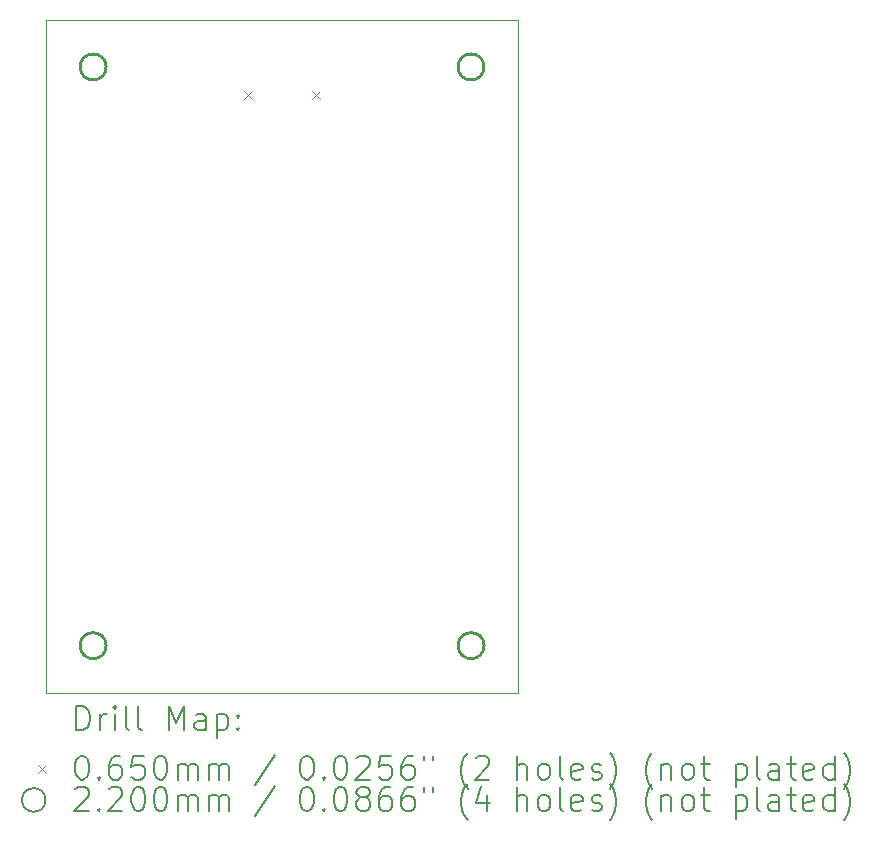
<source format=gbr>
%TF.GenerationSoftware,KiCad,Pcbnew,8.0.8*%
%TF.CreationDate,2025-01-22T20:31:06-06:00*%
%TF.ProjectId,mainboard,6d61696e-626f-4617-9264-2e6b69636164,rev?*%
%TF.SameCoordinates,Original*%
%TF.FileFunction,Drillmap*%
%TF.FilePolarity,Positive*%
%FSLAX45Y45*%
G04 Gerber Fmt 4.5, Leading zero omitted, Abs format (unit mm)*
G04 Created by KiCad (PCBNEW 8.0.8) date 2025-01-22 20:31:06*
%MOMM*%
%LPD*%
G01*
G04 APERTURE LIST*
%ADD10C,0.050000*%
%ADD11C,0.200000*%
%ADD12C,0.100000*%
%ADD13C,0.220000*%
G04 APERTURE END LIST*
D10*
X10425000Y-6425000D02*
X14425000Y-6425000D01*
X14425000Y-12125000D01*
X10425000Y-12125000D01*
X10425000Y-6425000D01*
D11*
D12*
X12103500Y-7028000D02*
X12168500Y-7093000D01*
X12168500Y-7028000D02*
X12103500Y-7093000D01*
X12681500Y-7028000D02*
X12746500Y-7093000D01*
X12746500Y-7028000D02*
X12681500Y-7093000D01*
D13*
X10935000Y-6825000D02*
G75*
G02*
X10715000Y-6825000I-110000J0D01*
G01*
X10715000Y-6825000D02*
G75*
G02*
X10935000Y-6825000I110000J0D01*
G01*
X10935000Y-11725000D02*
G75*
G02*
X10715000Y-11725000I-110000J0D01*
G01*
X10715000Y-11725000D02*
G75*
G02*
X10935000Y-11725000I110000J0D01*
G01*
X14135000Y-6825000D02*
G75*
G02*
X13915000Y-6825000I-110000J0D01*
G01*
X13915000Y-6825000D02*
G75*
G02*
X14135000Y-6825000I110000J0D01*
G01*
X14135000Y-11725000D02*
G75*
G02*
X13915000Y-11725000I-110000J0D01*
G01*
X13915000Y-11725000D02*
G75*
G02*
X14135000Y-11725000I110000J0D01*
G01*
D11*
X10683277Y-12438984D02*
X10683277Y-12238984D01*
X10683277Y-12238984D02*
X10730896Y-12238984D01*
X10730896Y-12238984D02*
X10759467Y-12248508D01*
X10759467Y-12248508D02*
X10778515Y-12267555D01*
X10778515Y-12267555D02*
X10788039Y-12286603D01*
X10788039Y-12286603D02*
X10797563Y-12324698D01*
X10797563Y-12324698D02*
X10797563Y-12353269D01*
X10797563Y-12353269D02*
X10788039Y-12391365D01*
X10788039Y-12391365D02*
X10778515Y-12410412D01*
X10778515Y-12410412D02*
X10759467Y-12429460D01*
X10759467Y-12429460D02*
X10730896Y-12438984D01*
X10730896Y-12438984D02*
X10683277Y-12438984D01*
X10883277Y-12438984D02*
X10883277Y-12305650D01*
X10883277Y-12343746D02*
X10892801Y-12324698D01*
X10892801Y-12324698D02*
X10902324Y-12315174D01*
X10902324Y-12315174D02*
X10921372Y-12305650D01*
X10921372Y-12305650D02*
X10940420Y-12305650D01*
X11007086Y-12438984D02*
X11007086Y-12305650D01*
X11007086Y-12238984D02*
X10997563Y-12248508D01*
X10997563Y-12248508D02*
X11007086Y-12258031D01*
X11007086Y-12258031D02*
X11016610Y-12248508D01*
X11016610Y-12248508D02*
X11007086Y-12238984D01*
X11007086Y-12238984D02*
X11007086Y-12258031D01*
X11130896Y-12438984D02*
X11111848Y-12429460D01*
X11111848Y-12429460D02*
X11102324Y-12410412D01*
X11102324Y-12410412D02*
X11102324Y-12238984D01*
X11235658Y-12438984D02*
X11216610Y-12429460D01*
X11216610Y-12429460D02*
X11207086Y-12410412D01*
X11207086Y-12410412D02*
X11207086Y-12238984D01*
X11464229Y-12438984D02*
X11464229Y-12238984D01*
X11464229Y-12238984D02*
X11530896Y-12381841D01*
X11530896Y-12381841D02*
X11597562Y-12238984D01*
X11597562Y-12238984D02*
X11597562Y-12438984D01*
X11778515Y-12438984D02*
X11778515Y-12334222D01*
X11778515Y-12334222D02*
X11768991Y-12315174D01*
X11768991Y-12315174D02*
X11749943Y-12305650D01*
X11749943Y-12305650D02*
X11711848Y-12305650D01*
X11711848Y-12305650D02*
X11692801Y-12315174D01*
X11778515Y-12429460D02*
X11759467Y-12438984D01*
X11759467Y-12438984D02*
X11711848Y-12438984D01*
X11711848Y-12438984D02*
X11692801Y-12429460D01*
X11692801Y-12429460D02*
X11683277Y-12410412D01*
X11683277Y-12410412D02*
X11683277Y-12391365D01*
X11683277Y-12391365D02*
X11692801Y-12372317D01*
X11692801Y-12372317D02*
X11711848Y-12362793D01*
X11711848Y-12362793D02*
X11759467Y-12362793D01*
X11759467Y-12362793D02*
X11778515Y-12353269D01*
X11873753Y-12305650D02*
X11873753Y-12505650D01*
X11873753Y-12315174D02*
X11892801Y-12305650D01*
X11892801Y-12305650D02*
X11930896Y-12305650D01*
X11930896Y-12305650D02*
X11949943Y-12315174D01*
X11949943Y-12315174D02*
X11959467Y-12324698D01*
X11959467Y-12324698D02*
X11968991Y-12343746D01*
X11968991Y-12343746D02*
X11968991Y-12400888D01*
X11968991Y-12400888D02*
X11959467Y-12419936D01*
X11959467Y-12419936D02*
X11949943Y-12429460D01*
X11949943Y-12429460D02*
X11930896Y-12438984D01*
X11930896Y-12438984D02*
X11892801Y-12438984D01*
X11892801Y-12438984D02*
X11873753Y-12429460D01*
X12054705Y-12419936D02*
X12064229Y-12429460D01*
X12064229Y-12429460D02*
X12054705Y-12438984D01*
X12054705Y-12438984D02*
X12045182Y-12429460D01*
X12045182Y-12429460D02*
X12054705Y-12419936D01*
X12054705Y-12419936D02*
X12054705Y-12438984D01*
X12054705Y-12315174D02*
X12064229Y-12324698D01*
X12064229Y-12324698D02*
X12054705Y-12334222D01*
X12054705Y-12334222D02*
X12045182Y-12324698D01*
X12045182Y-12324698D02*
X12054705Y-12315174D01*
X12054705Y-12315174D02*
X12054705Y-12334222D01*
D12*
X10357500Y-12735000D02*
X10422500Y-12800000D01*
X10422500Y-12735000D02*
X10357500Y-12800000D01*
D11*
X10721372Y-12658984D02*
X10740420Y-12658984D01*
X10740420Y-12658984D02*
X10759467Y-12668508D01*
X10759467Y-12668508D02*
X10768991Y-12678031D01*
X10768991Y-12678031D02*
X10778515Y-12697079D01*
X10778515Y-12697079D02*
X10788039Y-12735174D01*
X10788039Y-12735174D02*
X10788039Y-12782793D01*
X10788039Y-12782793D02*
X10778515Y-12820888D01*
X10778515Y-12820888D02*
X10768991Y-12839936D01*
X10768991Y-12839936D02*
X10759467Y-12849460D01*
X10759467Y-12849460D02*
X10740420Y-12858984D01*
X10740420Y-12858984D02*
X10721372Y-12858984D01*
X10721372Y-12858984D02*
X10702324Y-12849460D01*
X10702324Y-12849460D02*
X10692801Y-12839936D01*
X10692801Y-12839936D02*
X10683277Y-12820888D01*
X10683277Y-12820888D02*
X10673753Y-12782793D01*
X10673753Y-12782793D02*
X10673753Y-12735174D01*
X10673753Y-12735174D02*
X10683277Y-12697079D01*
X10683277Y-12697079D02*
X10692801Y-12678031D01*
X10692801Y-12678031D02*
X10702324Y-12668508D01*
X10702324Y-12668508D02*
X10721372Y-12658984D01*
X10873753Y-12839936D02*
X10883277Y-12849460D01*
X10883277Y-12849460D02*
X10873753Y-12858984D01*
X10873753Y-12858984D02*
X10864229Y-12849460D01*
X10864229Y-12849460D02*
X10873753Y-12839936D01*
X10873753Y-12839936D02*
X10873753Y-12858984D01*
X11054705Y-12658984D02*
X11016610Y-12658984D01*
X11016610Y-12658984D02*
X10997563Y-12668508D01*
X10997563Y-12668508D02*
X10988039Y-12678031D01*
X10988039Y-12678031D02*
X10968991Y-12706603D01*
X10968991Y-12706603D02*
X10959467Y-12744698D01*
X10959467Y-12744698D02*
X10959467Y-12820888D01*
X10959467Y-12820888D02*
X10968991Y-12839936D01*
X10968991Y-12839936D02*
X10978515Y-12849460D01*
X10978515Y-12849460D02*
X10997563Y-12858984D01*
X10997563Y-12858984D02*
X11035658Y-12858984D01*
X11035658Y-12858984D02*
X11054705Y-12849460D01*
X11054705Y-12849460D02*
X11064229Y-12839936D01*
X11064229Y-12839936D02*
X11073753Y-12820888D01*
X11073753Y-12820888D02*
X11073753Y-12773269D01*
X11073753Y-12773269D02*
X11064229Y-12754222D01*
X11064229Y-12754222D02*
X11054705Y-12744698D01*
X11054705Y-12744698D02*
X11035658Y-12735174D01*
X11035658Y-12735174D02*
X10997563Y-12735174D01*
X10997563Y-12735174D02*
X10978515Y-12744698D01*
X10978515Y-12744698D02*
X10968991Y-12754222D01*
X10968991Y-12754222D02*
X10959467Y-12773269D01*
X11254705Y-12658984D02*
X11159467Y-12658984D01*
X11159467Y-12658984D02*
X11149944Y-12754222D01*
X11149944Y-12754222D02*
X11159467Y-12744698D01*
X11159467Y-12744698D02*
X11178515Y-12735174D01*
X11178515Y-12735174D02*
X11226134Y-12735174D01*
X11226134Y-12735174D02*
X11245182Y-12744698D01*
X11245182Y-12744698D02*
X11254705Y-12754222D01*
X11254705Y-12754222D02*
X11264229Y-12773269D01*
X11264229Y-12773269D02*
X11264229Y-12820888D01*
X11264229Y-12820888D02*
X11254705Y-12839936D01*
X11254705Y-12839936D02*
X11245182Y-12849460D01*
X11245182Y-12849460D02*
X11226134Y-12858984D01*
X11226134Y-12858984D02*
X11178515Y-12858984D01*
X11178515Y-12858984D02*
X11159467Y-12849460D01*
X11159467Y-12849460D02*
X11149944Y-12839936D01*
X11388039Y-12658984D02*
X11407086Y-12658984D01*
X11407086Y-12658984D02*
X11426134Y-12668508D01*
X11426134Y-12668508D02*
X11435658Y-12678031D01*
X11435658Y-12678031D02*
X11445182Y-12697079D01*
X11445182Y-12697079D02*
X11454705Y-12735174D01*
X11454705Y-12735174D02*
X11454705Y-12782793D01*
X11454705Y-12782793D02*
X11445182Y-12820888D01*
X11445182Y-12820888D02*
X11435658Y-12839936D01*
X11435658Y-12839936D02*
X11426134Y-12849460D01*
X11426134Y-12849460D02*
X11407086Y-12858984D01*
X11407086Y-12858984D02*
X11388039Y-12858984D01*
X11388039Y-12858984D02*
X11368991Y-12849460D01*
X11368991Y-12849460D02*
X11359467Y-12839936D01*
X11359467Y-12839936D02*
X11349943Y-12820888D01*
X11349943Y-12820888D02*
X11340420Y-12782793D01*
X11340420Y-12782793D02*
X11340420Y-12735174D01*
X11340420Y-12735174D02*
X11349943Y-12697079D01*
X11349943Y-12697079D02*
X11359467Y-12678031D01*
X11359467Y-12678031D02*
X11368991Y-12668508D01*
X11368991Y-12668508D02*
X11388039Y-12658984D01*
X11540420Y-12858984D02*
X11540420Y-12725650D01*
X11540420Y-12744698D02*
X11549943Y-12735174D01*
X11549943Y-12735174D02*
X11568991Y-12725650D01*
X11568991Y-12725650D02*
X11597563Y-12725650D01*
X11597563Y-12725650D02*
X11616610Y-12735174D01*
X11616610Y-12735174D02*
X11626134Y-12754222D01*
X11626134Y-12754222D02*
X11626134Y-12858984D01*
X11626134Y-12754222D02*
X11635658Y-12735174D01*
X11635658Y-12735174D02*
X11654705Y-12725650D01*
X11654705Y-12725650D02*
X11683277Y-12725650D01*
X11683277Y-12725650D02*
X11702324Y-12735174D01*
X11702324Y-12735174D02*
X11711848Y-12754222D01*
X11711848Y-12754222D02*
X11711848Y-12858984D01*
X11807086Y-12858984D02*
X11807086Y-12725650D01*
X11807086Y-12744698D02*
X11816610Y-12735174D01*
X11816610Y-12735174D02*
X11835658Y-12725650D01*
X11835658Y-12725650D02*
X11864229Y-12725650D01*
X11864229Y-12725650D02*
X11883277Y-12735174D01*
X11883277Y-12735174D02*
X11892801Y-12754222D01*
X11892801Y-12754222D02*
X11892801Y-12858984D01*
X11892801Y-12754222D02*
X11902324Y-12735174D01*
X11902324Y-12735174D02*
X11921372Y-12725650D01*
X11921372Y-12725650D02*
X11949943Y-12725650D01*
X11949943Y-12725650D02*
X11968991Y-12735174D01*
X11968991Y-12735174D02*
X11978515Y-12754222D01*
X11978515Y-12754222D02*
X11978515Y-12858984D01*
X12368991Y-12649460D02*
X12197563Y-12906603D01*
X12626134Y-12658984D02*
X12645182Y-12658984D01*
X12645182Y-12658984D02*
X12664229Y-12668508D01*
X12664229Y-12668508D02*
X12673753Y-12678031D01*
X12673753Y-12678031D02*
X12683277Y-12697079D01*
X12683277Y-12697079D02*
X12692801Y-12735174D01*
X12692801Y-12735174D02*
X12692801Y-12782793D01*
X12692801Y-12782793D02*
X12683277Y-12820888D01*
X12683277Y-12820888D02*
X12673753Y-12839936D01*
X12673753Y-12839936D02*
X12664229Y-12849460D01*
X12664229Y-12849460D02*
X12645182Y-12858984D01*
X12645182Y-12858984D02*
X12626134Y-12858984D01*
X12626134Y-12858984D02*
X12607086Y-12849460D01*
X12607086Y-12849460D02*
X12597563Y-12839936D01*
X12597563Y-12839936D02*
X12588039Y-12820888D01*
X12588039Y-12820888D02*
X12578515Y-12782793D01*
X12578515Y-12782793D02*
X12578515Y-12735174D01*
X12578515Y-12735174D02*
X12588039Y-12697079D01*
X12588039Y-12697079D02*
X12597563Y-12678031D01*
X12597563Y-12678031D02*
X12607086Y-12668508D01*
X12607086Y-12668508D02*
X12626134Y-12658984D01*
X12778515Y-12839936D02*
X12788039Y-12849460D01*
X12788039Y-12849460D02*
X12778515Y-12858984D01*
X12778515Y-12858984D02*
X12768991Y-12849460D01*
X12768991Y-12849460D02*
X12778515Y-12839936D01*
X12778515Y-12839936D02*
X12778515Y-12858984D01*
X12911848Y-12658984D02*
X12930896Y-12658984D01*
X12930896Y-12658984D02*
X12949944Y-12668508D01*
X12949944Y-12668508D02*
X12959467Y-12678031D01*
X12959467Y-12678031D02*
X12968991Y-12697079D01*
X12968991Y-12697079D02*
X12978515Y-12735174D01*
X12978515Y-12735174D02*
X12978515Y-12782793D01*
X12978515Y-12782793D02*
X12968991Y-12820888D01*
X12968991Y-12820888D02*
X12959467Y-12839936D01*
X12959467Y-12839936D02*
X12949944Y-12849460D01*
X12949944Y-12849460D02*
X12930896Y-12858984D01*
X12930896Y-12858984D02*
X12911848Y-12858984D01*
X12911848Y-12858984D02*
X12892801Y-12849460D01*
X12892801Y-12849460D02*
X12883277Y-12839936D01*
X12883277Y-12839936D02*
X12873753Y-12820888D01*
X12873753Y-12820888D02*
X12864229Y-12782793D01*
X12864229Y-12782793D02*
X12864229Y-12735174D01*
X12864229Y-12735174D02*
X12873753Y-12697079D01*
X12873753Y-12697079D02*
X12883277Y-12678031D01*
X12883277Y-12678031D02*
X12892801Y-12668508D01*
X12892801Y-12668508D02*
X12911848Y-12658984D01*
X13054706Y-12678031D02*
X13064229Y-12668508D01*
X13064229Y-12668508D02*
X13083277Y-12658984D01*
X13083277Y-12658984D02*
X13130896Y-12658984D01*
X13130896Y-12658984D02*
X13149944Y-12668508D01*
X13149944Y-12668508D02*
X13159467Y-12678031D01*
X13159467Y-12678031D02*
X13168991Y-12697079D01*
X13168991Y-12697079D02*
X13168991Y-12716127D01*
X13168991Y-12716127D02*
X13159467Y-12744698D01*
X13159467Y-12744698D02*
X13045182Y-12858984D01*
X13045182Y-12858984D02*
X13168991Y-12858984D01*
X13349944Y-12658984D02*
X13254706Y-12658984D01*
X13254706Y-12658984D02*
X13245182Y-12754222D01*
X13245182Y-12754222D02*
X13254706Y-12744698D01*
X13254706Y-12744698D02*
X13273753Y-12735174D01*
X13273753Y-12735174D02*
X13321372Y-12735174D01*
X13321372Y-12735174D02*
X13340420Y-12744698D01*
X13340420Y-12744698D02*
X13349944Y-12754222D01*
X13349944Y-12754222D02*
X13359467Y-12773269D01*
X13359467Y-12773269D02*
X13359467Y-12820888D01*
X13359467Y-12820888D02*
X13349944Y-12839936D01*
X13349944Y-12839936D02*
X13340420Y-12849460D01*
X13340420Y-12849460D02*
X13321372Y-12858984D01*
X13321372Y-12858984D02*
X13273753Y-12858984D01*
X13273753Y-12858984D02*
X13254706Y-12849460D01*
X13254706Y-12849460D02*
X13245182Y-12839936D01*
X13530896Y-12658984D02*
X13492801Y-12658984D01*
X13492801Y-12658984D02*
X13473753Y-12668508D01*
X13473753Y-12668508D02*
X13464229Y-12678031D01*
X13464229Y-12678031D02*
X13445182Y-12706603D01*
X13445182Y-12706603D02*
X13435658Y-12744698D01*
X13435658Y-12744698D02*
X13435658Y-12820888D01*
X13435658Y-12820888D02*
X13445182Y-12839936D01*
X13445182Y-12839936D02*
X13454706Y-12849460D01*
X13454706Y-12849460D02*
X13473753Y-12858984D01*
X13473753Y-12858984D02*
X13511848Y-12858984D01*
X13511848Y-12858984D02*
X13530896Y-12849460D01*
X13530896Y-12849460D02*
X13540420Y-12839936D01*
X13540420Y-12839936D02*
X13549944Y-12820888D01*
X13549944Y-12820888D02*
X13549944Y-12773269D01*
X13549944Y-12773269D02*
X13540420Y-12754222D01*
X13540420Y-12754222D02*
X13530896Y-12744698D01*
X13530896Y-12744698D02*
X13511848Y-12735174D01*
X13511848Y-12735174D02*
X13473753Y-12735174D01*
X13473753Y-12735174D02*
X13454706Y-12744698D01*
X13454706Y-12744698D02*
X13445182Y-12754222D01*
X13445182Y-12754222D02*
X13435658Y-12773269D01*
X13626134Y-12658984D02*
X13626134Y-12697079D01*
X13702325Y-12658984D02*
X13702325Y-12697079D01*
X13997563Y-12935174D02*
X13988039Y-12925650D01*
X13988039Y-12925650D02*
X13968991Y-12897079D01*
X13968991Y-12897079D02*
X13959468Y-12878031D01*
X13959468Y-12878031D02*
X13949944Y-12849460D01*
X13949944Y-12849460D02*
X13940420Y-12801841D01*
X13940420Y-12801841D02*
X13940420Y-12763746D01*
X13940420Y-12763746D02*
X13949944Y-12716127D01*
X13949944Y-12716127D02*
X13959468Y-12687555D01*
X13959468Y-12687555D02*
X13968991Y-12668508D01*
X13968991Y-12668508D02*
X13988039Y-12639936D01*
X13988039Y-12639936D02*
X13997563Y-12630412D01*
X14064229Y-12678031D02*
X14073753Y-12668508D01*
X14073753Y-12668508D02*
X14092801Y-12658984D01*
X14092801Y-12658984D02*
X14140420Y-12658984D01*
X14140420Y-12658984D02*
X14159468Y-12668508D01*
X14159468Y-12668508D02*
X14168991Y-12678031D01*
X14168991Y-12678031D02*
X14178515Y-12697079D01*
X14178515Y-12697079D02*
X14178515Y-12716127D01*
X14178515Y-12716127D02*
X14168991Y-12744698D01*
X14168991Y-12744698D02*
X14054706Y-12858984D01*
X14054706Y-12858984D02*
X14178515Y-12858984D01*
X14416610Y-12858984D02*
X14416610Y-12658984D01*
X14502325Y-12858984D02*
X14502325Y-12754222D01*
X14502325Y-12754222D02*
X14492801Y-12735174D01*
X14492801Y-12735174D02*
X14473753Y-12725650D01*
X14473753Y-12725650D02*
X14445182Y-12725650D01*
X14445182Y-12725650D02*
X14426134Y-12735174D01*
X14426134Y-12735174D02*
X14416610Y-12744698D01*
X14626134Y-12858984D02*
X14607087Y-12849460D01*
X14607087Y-12849460D02*
X14597563Y-12839936D01*
X14597563Y-12839936D02*
X14588039Y-12820888D01*
X14588039Y-12820888D02*
X14588039Y-12763746D01*
X14588039Y-12763746D02*
X14597563Y-12744698D01*
X14597563Y-12744698D02*
X14607087Y-12735174D01*
X14607087Y-12735174D02*
X14626134Y-12725650D01*
X14626134Y-12725650D02*
X14654706Y-12725650D01*
X14654706Y-12725650D02*
X14673753Y-12735174D01*
X14673753Y-12735174D02*
X14683277Y-12744698D01*
X14683277Y-12744698D02*
X14692801Y-12763746D01*
X14692801Y-12763746D02*
X14692801Y-12820888D01*
X14692801Y-12820888D02*
X14683277Y-12839936D01*
X14683277Y-12839936D02*
X14673753Y-12849460D01*
X14673753Y-12849460D02*
X14654706Y-12858984D01*
X14654706Y-12858984D02*
X14626134Y-12858984D01*
X14807087Y-12858984D02*
X14788039Y-12849460D01*
X14788039Y-12849460D02*
X14778515Y-12830412D01*
X14778515Y-12830412D02*
X14778515Y-12658984D01*
X14959468Y-12849460D02*
X14940420Y-12858984D01*
X14940420Y-12858984D02*
X14902325Y-12858984D01*
X14902325Y-12858984D02*
X14883277Y-12849460D01*
X14883277Y-12849460D02*
X14873753Y-12830412D01*
X14873753Y-12830412D02*
X14873753Y-12754222D01*
X14873753Y-12754222D02*
X14883277Y-12735174D01*
X14883277Y-12735174D02*
X14902325Y-12725650D01*
X14902325Y-12725650D02*
X14940420Y-12725650D01*
X14940420Y-12725650D02*
X14959468Y-12735174D01*
X14959468Y-12735174D02*
X14968991Y-12754222D01*
X14968991Y-12754222D02*
X14968991Y-12773269D01*
X14968991Y-12773269D02*
X14873753Y-12792317D01*
X15045182Y-12849460D02*
X15064230Y-12858984D01*
X15064230Y-12858984D02*
X15102325Y-12858984D01*
X15102325Y-12858984D02*
X15121372Y-12849460D01*
X15121372Y-12849460D02*
X15130896Y-12830412D01*
X15130896Y-12830412D02*
X15130896Y-12820888D01*
X15130896Y-12820888D02*
X15121372Y-12801841D01*
X15121372Y-12801841D02*
X15102325Y-12792317D01*
X15102325Y-12792317D02*
X15073753Y-12792317D01*
X15073753Y-12792317D02*
X15054706Y-12782793D01*
X15054706Y-12782793D02*
X15045182Y-12763746D01*
X15045182Y-12763746D02*
X15045182Y-12754222D01*
X15045182Y-12754222D02*
X15054706Y-12735174D01*
X15054706Y-12735174D02*
X15073753Y-12725650D01*
X15073753Y-12725650D02*
X15102325Y-12725650D01*
X15102325Y-12725650D02*
X15121372Y-12735174D01*
X15197563Y-12935174D02*
X15207087Y-12925650D01*
X15207087Y-12925650D02*
X15226134Y-12897079D01*
X15226134Y-12897079D02*
X15235658Y-12878031D01*
X15235658Y-12878031D02*
X15245182Y-12849460D01*
X15245182Y-12849460D02*
X15254706Y-12801841D01*
X15254706Y-12801841D02*
X15254706Y-12763746D01*
X15254706Y-12763746D02*
X15245182Y-12716127D01*
X15245182Y-12716127D02*
X15235658Y-12687555D01*
X15235658Y-12687555D02*
X15226134Y-12668508D01*
X15226134Y-12668508D02*
X15207087Y-12639936D01*
X15207087Y-12639936D02*
X15197563Y-12630412D01*
X15559468Y-12935174D02*
X15549944Y-12925650D01*
X15549944Y-12925650D02*
X15530896Y-12897079D01*
X15530896Y-12897079D02*
X15521372Y-12878031D01*
X15521372Y-12878031D02*
X15511849Y-12849460D01*
X15511849Y-12849460D02*
X15502325Y-12801841D01*
X15502325Y-12801841D02*
X15502325Y-12763746D01*
X15502325Y-12763746D02*
X15511849Y-12716127D01*
X15511849Y-12716127D02*
X15521372Y-12687555D01*
X15521372Y-12687555D02*
X15530896Y-12668508D01*
X15530896Y-12668508D02*
X15549944Y-12639936D01*
X15549944Y-12639936D02*
X15559468Y-12630412D01*
X15635658Y-12725650D02*
X15635658Y-12858984D01*
X15635658Y-12744698D02*
X15645182Y-12735174D01*
X15645182Y-12735174D02*
X15664230Y-12725650D01*
X15664230Y-12725650D02*
X15692801Y-12725650D01*
X15692801Y-12725650D02*
X15711849Y-12735174D01*
X15711849Y-12735174D02*
X15721372Y-12754222D01*
X15721372Y-12754222D02*
X15721372Y-12858984D01*
X15845182Y-12858984D02*
X15826134Y-12849460D01*
X15826134Y-12849460D02*
X15816611Y-12839936D01*
X15816611Y-12839936D02*
X15807087Y-12820888D01*
X15807087Y-12820888D02*
X15807087Y-12763746D01*
X15807087Y-12763746D02*
X15816611Y-12744698D01*
X15816611Y-12744698D02*
X15826134Y-12735174D01*
X15826134Y-12735174D02*
X15845182Y-12725650D01*
X15845182Y-12725650D02*
X15873753Y-12725650D01*
X15873753Y-12725650D02*
X15892801Y-12735174D01*
X15892801Y-12735174D02*
X15902325Y-12744698D01*
X15902325Y-12744698D02*
X15911849Y-12763746D01*
X15911849Y-12763746D02*
X15911849Y-12820888D01*
X15911849Y-12820888D02*
X15902325Y-12839936D01*
X15902325Y-12839936D02*
X15892801Y-12849460D01*
X15892801Y-12849460D02*
X15873753Y-12858984D01*
X15873753Y-12858984D02*
X15845182Y-12858984D01*
X15968992Y-12725650D02*
X16045182Y-12725650D01*
X15997563Y-12658984D02*
X15997563Y-12830412D01*
X15997563Y-12830412D02*
X16007087Y-12849460D01*
X16007087Y-12849460D02*
X16026134Y-12858984D01*
X16026134Y-12858984D02*
X16045182Y-12858984D01*
X16264230Y-12725650D02*
X16264230Y-12925650D01*
X16264230Y-12735174D02*
X16283277Y-12725650D01*
X16283277Y-12725650D02*
X16321373Y-12725650D01*
X16321373Y-12725650D02*
X16340420Y-12735174D01*
X16340420Y-12735174D02*
X16349944Y-12744698D01*
X16349944Y-12744698D02*
X16359468Y-12763746D01*
X16359468Y-12763746D02*
X16359468Y-12820888D01*
X16359468Y-12820888D02*
X16349944Y-12839936D01*
X16349944Y-12839936D02*
X16340420Y-12849460D01*
X16340420Y-12849460D02*
X16321373Y-12858984D01*
X16321373Y-12858984D02*
X16283277Y-12858984D01*
X16283277Y-12858984D02*
X16264230Y-12849460D01*
X16473753Y-12858984D02*
X16454706Y-12849460D01*
X16454706Y-12849460D02*
X16445182Y-12830412D01*
X16445182Y-12830412D02*
X16445182Y-12658984D01*
X16635658Y-12858984D02*
X16635658Y-12754222D01*
X16635658Y-12754222D02*
X16626134Y-12735174D01*
X16626134Y-12735174D02*
X16607087Y-12725650D01*
X16607087Y-12725650D02*
X16568992Y-12725650D01*
X16568992Y-12725650D02*
X16549944Y-12735174D01*
X16635658Y-12849460D02*
X16616611Y-12858984D01*
X16616611Y-12858984D02*
X16568992Y-12858984D01*
X16568992Y-12858984D02*
X16549944Y-12849460D01*
X16549944Y-12849460D02*
X16540420Y-12830412D01*
X16540420Y-12830412D02*
X16540420Y-12811365D01*
X16540420Y-12811365D02*
X16549944Y-12792317D01*
X16549944Y-12792317D02*
X16568992Y-12782793D01*
X16568992Y-12782793D02*
X16616611Y-12782793D01*
X16616611Y-12782793D02*
X16635658Y-12773269D01*
X16702325Y-12725650D02*
X16778515Y-12725650D01*
X16730896Y-12658984D02*
X16730896Y-12830412D01*
X16730896Y-12830412D02*
X16740420Y-12849460D01*
X16740420Y-12849460D02*
X16759468Y-12858984D01*
X16759468Y-12858984D02*
X16778515Y-12858984D01*
X16921373Y-12849460D02*
X16902325Y-12858984D01*
X16902325Y-12858984D02*
X16864230Y-12858984D01*
X16864230Y-12858984D02*
X16845182Y-12849460D01*
X16845182Y-12849460D02*
X16835658Y-12830412D01*
X16835658Y-12830412D02*
X16835658Y-12754222D01*
X16835658Y-12754222D02*
X16845182Y-12735174D01*
X16845182Y-12735174D02*
X16864230Y-12725650D01*
X16864230Y-12725650D02*
X16902325Y-12725650D01*
X16902325Y-12725650D02*
X16921373Y-12735174D01*
X16921373Y-12735174D02*
X16930896Y-12754222D01*
X16930896Y-12754222D02*
X16930896Y-12773269D01*
X16930896Y-12773269D02*
X16835658Y-12792317D01*
X17102325Y-12858984D02*
X17102325Y-12658984D01*
X17102325Y-12849460D02*
X17083277Y-12858984D01*
X17083277Y-12858984D02*
X17045182Y-12858984D01*
X17045182Y-12858984D02*
X17026135Y-12849460D01*
X17026135Y-12849460D02*
X17016611Y-12839936D01*
X17016611Y-12839936D02*
X17007087Y-12820888D01*
X17007087Y-12820888D02*
X17007087Y-12763746D01*
X17007087Y-12763746D02*
X17016611Y-12744698D01*
X17016611Y-12744698D02*
X17026135Y-12735174D01*
X17026135Y-12735174D02*
X17045182Y-12725650D01*
X17045182Y-12725650D02*
X17083277Y-12725650D01*
X17083277Y-12725650D02*
X17102325Y-12735174D01*
X17178516Y-12935174D02*
X17188039Y-12925650D01*
X17188039Y-12925650D02*
X17207087Y-12897079D01*
X17207087Y-12897079D02*
X17216611Y-12878031D01*
X17216611Y-12878031D02*
X17226135Y-12849460D01*
X17226135Y-12849460D02*
X17235658Y-12801841D01*
X17235658Y-12801841D02*
X17235658Y-12763746D01*
X17235658Y-12763746D02*
X17226135Y-12716127D01*
X17226135Y-12716127D02*
X17216611Y-12687555D01*
X17216611Y-12687555D02*
X17207087Y-12668508D01*
X17207087Y-12668508D02*
X17188039Y-12639936D01*
X17188039Y-12639936D02*
X17178516Y-12630412D01*
X10422500Y-13031500D02*
G75*
G02*
X10222500Y-13031500I-100000J0D01*
G01*
X10222500Y-13031500D02*
G75*
G02*
X10422500Y-13031500I100000J0D01*
G01*
X10673753Y-12942031D02*
X10683277Y-12932508D01*
X10683277Y-12932508D02*
X10702324Y-12922984D01*
X10702324Y-12922984D02*
X10749944Y-12922984D01*
X10749944Y-12922984D02*
X10768991Y-12932508D01*
X10768991Y-12932508D02*
X10778515Y-12942031D01*
X10778515Y-12942031D02*
X10788039Y-12961079D01*
X10788039Y-12961079D02*
X10788039Y-12980127D01*
X10788039Y-12980127D02*
X10778515Y-13008698D01*
X10778515Y-13008698D02*
X10664229Y-13122984D01*
X10664229Y-13122984D02*
X10788039Y-13122984D01*
X10873753Y-13103936D02*
X10883277Y-13113460D01*
X10883277Y-13113460D02*
X10873753Y-13122984D01*
X10873753Y-13122984D02*
X10864229Y-13113460D01*
X10864229Y-13113460D02*
X10873753Y-13103936D01*
X10873753Y-13103936D02*
X10873753Y-13122984D01*
X10959467Y-12942031D02*
X10968991Y-12932508D01*
X10968991Y-12932508D02*
X10988039Y-12922984D01*
X10988039Y-12922984D02*
X11035658Y-12922984D01*
X11035658Y-12922984D02*
X11054705Y-12932508D01*
X11054705Y-12932508D02*
X11064229Y-12942031D01*
X11064229Y-12942031D02*
X11073753Y-12961079D01*
X11073753Y-12961079D02*
X11073753Y-12980127D01*
X11073753Y-12980127D02*
X11064229Y-13008698D01*
X11064229Y-13008698D02*
X10949944Y-13122984D01*
X10949944Y-13122984D02*
X11073753Y-13122984D01*
X11197562Y-12922984D02*
X11216610Y-12922984D01*
X11216610Y-12922984D02*
X11235658Y-12932508D01*
X11235658Y-12932508D02*
X11245182Y-12942031D01*
X11245182Y-12942031D02*
X11254705Y-12961079D01*
X11254705Y-12961079D02*
X11264229Y-12999174D01*
X11264229Y-12999174D02*
X11264229Y-13046793D01*
X11264229Y-13046793D02*
X11254705Y-13084888D01*
X11254705Y-13084888D02*
X11245182Y-13103936D01*
X11245182Y-13103936D02*
X11235658Y-13113460D01*
X11235658Y-13113460D02*
X11216610Y-13122984D01*
X11216610Y-13122984D02*
X11197562Y-13122984D01*
X11197562Y-13122984D02*
X11178515Y-13113460D01*
X11178515Y-13113460D02*
X11168991Y-13103936D01*
X11168991Y-13103936D02*
X11159467Y-13084888D01*
X11159467Y-13084888D02*
X11149944Y-13046793D01*
X11149944Y-13046793D02*
X11149944Y-12999174D01*
X11149944Y-12999174D02*
X11159467Y-12961079D01*
X11159467Y-12961079D02*
X11168991Y-12942031D01*
X11168991Y-12942031D02*
X11178515Y-12932508D01*
X11178515Y-12932508D02*
X11197562Y-12922984D01*
X11388039Y-12922984D02*
X11407086Y-12922984D01*
X11407086Y-12922984D02*
X11426134Y-12932508D01*
X11426134Y-12932508D02*
X11435658Y-12942031D01*
X11435658Y-12942031D02*
X11445182Y-12961079D01*
X11445182Y-12961079D02*
X11454705Y-12999174D01*
X11454705Y-12999174D02*
X11454705Y-13046793D01*
X11454705Y-13046793D02*
X11445182Y-13084888D01*
X11445182Y-13084888D02*
X11435658Y-13103936D01*
X11435658Y-13103936D02*
X11426134Y-13113460D01*
X11426134Y-13113460D02*
X11407086Y-13122984D01*
X11407086Y-13122984D02*
X11388039Y-13122984D01*
X11388039Y-13122984D02*
X11368991Y-13113460D01*
X11368991Y-13113460D02*
X11359467Y-13103936D01*
X11359467Y-13103936D02*
X11349943Y-13084888D01*
X11349943Y-13084888D02*
X11340420Y-13046793D01*
X11340420Y-13046793D02*
X11340420Y-12999174D01*
X11340420Y-12999174D02*
X11349943Y-12961079D01*
X11349943Y-12961079D02*
X11359467Y-12942031D01*
X11359467Y-12942031D02*
X11368991Y-12932508D01*
X11368991Y-12932508D02*
X11388039Y-12922984D01*
X11540420Y-13122984D02*
X11540420Y-12989650D01*
X11540420Y-13008698D02*
X11549943Y-12999174D01*
X11549943Y-12999174D02*
X11568991Y-12989650D01*
X11568991Y-12989650D02*
X11597563Y-12989650D01*
X11597563Y-12989650D02*
X11616610Y-12999174D01*
X11616610Y-12999174D02*
X11626134Y-13018222D01*
X11626134Y-13018222D02*
X11626134Y-13122984D01*
X11626134Y-13018222D02*
X11635658Y-12999174D01*
X11635658Y-12999174D02*
X11654705Y-12989650D01*
X11654705Y-12989650D02*
X11683277Y-12989650D01*
X11683277Y-12989650D02*
X11702324Y-12999174D01*
X11702324Y-12999174D02*
X11711848Y-13018222D01*
X11711848Y-13018222D02*
X11711848Y-13122984D01*
X11807086Y-13122984D02*
X11807086Y-12989650D01*
X11807086Y-13008698D02*
X11816610Y-12999174D01*
X11816610Y-12999174D02*
X11835658Y-12989650D01*
X11835658Y-12989650D02*
X11864229Y-12989650D01*
X11864229Y-12989650D02*
X11883277Y-12999174D01*
X11883277Y-12999174D02*
X11892801Y-13018222D01*
X11892801Y-13018222D02*
X11892801Y-13122984D01*
X11892801Y-13018222D02*
X11902324Y-12999174D01*
X11902324Y-12999174D02*
X11921372Y-12989650D01*
X11921372Y-12989650D02*
X11949943Y-12989650D01*
X11949943Y-12989650D02*
X11968991Y-12999174D01*
X11968991Y-12999174D02*
X11978515Y-13018222D01*
X11978515Y-13018222D02*
X11978515Y-13122984D01*
X12368991Y-12913460D02*
X12197563Y-13170603D01*
X12626134Y-12922984D02*
X12645182Y-12922984D01*
X12645182Y-12922984D02*
X12664229Y-12932508D01*
X12664229Y-12932508D02*
X12673753Y-12942031D01*
X12673753Y-12942031D02*
X12683277Y-12961079D01*
X12683277Y-12961079D02*
X12692801Y-12999174D01*
X12692801Y-12999174D02*
X12692801Y-13046793D01*
X12692801Y-13046793D02*
X12683277Y-13084888D01*
X12683277Y-13084888D02*
X12673753Y-13103936D01*
X12673753Y-13103936D02*
X12664229Y-13113460D01*
X12664229Y-13113460D02*
X12645182Y-13122984D01*
X12645182Y-13122984D02*
X12626134Y-13122984D01*
X12626134Y-13122984D02*
X12607086Y-13113460D01*
X12607086Y-13113460D02*
X12597563Y-13103936D01*
X12597563Y-13103936D02*
X12588039Y-13084888D01*
X12588039Y-13084888D02*
X12578515Y-13046793D01*
X12578515Y-13046793D02*
X12578515Y-12999174D01*
X12578515Y-12999174D02*
X12588039Y-12961079D01*
X12588039Y-12961079D02*
X12597563Y-12942031D01*
X12597563Y-12942031D02*
X12607086Y-12932508D01*
X12607086Y-12932508D02*
X12626134Y-12922984D01*
X12778515Y-13103936D02*
X12788039Y-13113460D01*
X12788039Y-13113460D02*
X12778515Y-13122984D01*
X12778515Y-13122984D02*
X12768991Y-13113460D01*
X12768991Y-13113460D02*
X12778515Y-13103936D01*
X12778515Y-13103936D02*
X12778515Y-13122984D01*
X12911848Y-12922984D02*
X12930896Y-12922984D01*
X12930896Y-12922984D02*
X12949944Y-12932508D01*
X12949944Y-12932508D02*
X12959467Y-12942031D01*
X12959467Y-12942031D02*
X12968991Y-12961079D01*
X12968991Y-12961079D02*
X12978515Y-12999174D01*
X12978515Y-12999174D02*
X12978515Y-13046793D01*
X12978515Y-13046793D02*
X12968991Y-13084888D01*
X12968991Y-13084888D02*
X12959467Y-13103936D01*
X12959467Y-13103936D02*
X12949944Y-13113460D01*
X12949944Y-13113460D02*
X12930896Y-13122984D01*
X12930896Y-13122984D02*
X12911848Y-13122984D01*
X12911848Y-13122984D02*
X12892801Y-13113460D01*
X12892801Y-13113460D02*
X12883277Y-13103936D01*
X12883277Y-13103936D02*
X12873753Y-13084888D01*
X12873753Y-13084888D02*
X12864229Y-13046793D01*
X12864229Y-13046793D02*
X12864229Y-12999174D01*
X12864229Y-12999174D02*
X12873753Y-12961079D01*
X12873753Y-12961079D02*
X12883277Y-12942031D01*
X12883277Y-12942031D02*
X12892801Y-12932508D01*
X12892801Y-12932508D02*
X12911848Y-12922984D01*
X13092801Y-13008698D02*
X13073753Y-12999174D01*
X13073753Y-12999174D02*
X13064229Y-12989650D01*
X13064229Y-12989650D02*
X13054706Y-12970603D01*
X13054706Y-12970603D02*
X13054706Y-12961079D01*
X13054706Y-12961079D02*
X13064229Y-12942031D01*
X13064229Y-12942031D02*
X13073753Y-12932508D01*
X13073753Y-12932508D02*
X13092801Y-12922984D01*
X13092801Y-12922984D02*
X13130896Y-12922984D01*
X13130896Y-12922984D02*
X13149944Y-12932508D01*
X13149944Y-12932508D02*
X13159467Y-12942031D01*
X13159467Y-12942031D02*
X13168991Y-12961079D01*
X13168991Y-12961079D02*
X13168991Y-12970603D01*
X13168991Y-12970603D02*
X13159467Y-12989650D01*
X13159467Y-12989650D02*
X13149944Y-12999174D01*
X13149944Y-12999174D02*
X13130896Y-13008698D01*
X13130896Y-13008698D02*
X13092801Y-13008698D01*
X13092801Y-13008698D02*
X13073753Y-13018222D01*
X13073753Y-13018222D02*
X13064229Y-13027746D01*
X13064229Y-13027746D02*
X13054706Y-13046793D01*
X13054706Y-13046793D02*
X13054706Y-13084888D01*
X13054706Y-13084888D02*
X13064229Y-13103936D01*
X13064229Y-13103936D02*
X13073753Y-13113460D01*
X13073753Y-13113460D02*
X13092801Y-13122984D01*
X13092801Y-13122984D02*
X13130896Y-13122984D01*
X13130896Y-13122984D02*
X13149944Y-13113460D01*
X13149944Y-13113460D02*
X13159467Y-13103936D01*
X13159467Y-13103936D02*
X13168991Y-13084888D01*
X13168991Y-13084888D02*
X13168991Y-13046793D01*
X13168991Y-13046793D02*
X13159467Y-13027746D01*
X13159467Y-13027746D02*
X13149944Y-13018222D01*
X13149944Y-13018222D02*
X13130896Y-13008698D01*
X13340420Y-12922984D02*
X13302325Y-12922984D01*
X13302325Y-12922984D02*
X13283277Y-12932508D01*
X13283277Y-12932508D02*
X13273753Y-12942031D01*
X13273753Y-12942031D02*
X13254706Y-12970603D01*
X13254706Y-12970603D02*
X13245182Y-13008698D01*
X13245182Y-13008698D02*
X13245182Y-13084888D01*
X13245182Y-13084888D02*
X13254706Y-13103936D01*
X13254706Y-13103936D02*
X13264229Y-13113460D01*
X13264229Y-13113460D02*
X13283277Y-13122984D01*
X13283277Y-13122984D02*
X13321372Y-13122984D01*
X13321372Y-13122984D02*
X13340420Y-13113460D01*
X13340420Y-13113460D02*
X13349944Y-13103936D01*
X13349944Y-13103936D02*
X13359467Y-13084888D01*
X13359467Y-13084888D02*
X13359467Y-13037269D01*
X13359467Y-13037269D02*
X13349944Y-13018222D01*
X13349944Y-13018222D02*
X13340420Y-13008698D01*
X13340420Y-13008698D02*
X13321372Y-12999174D01*
X13321372Y-12999174D02*
X13283277Y-12999174D01*
X13283277Y-12999174D02*
X13264229Y-13008698D01*
X13264229Y-13008698D02*
X13254706Y-13018222D01*
X13254706Y-13018222D02*
X13245182Y-13037269D01*
X13530896Y-12922984D02*
X13492801Y-12922984D01*
X13492801Y-12922984D02*
X13473753Y-12932508D01*
X13473753Y-12932508D02*
X13464229Y-12942031D01*
X13464229Y-12942031D02*
X13445182Y-12970603D01*
X13445182Y-12970603D02*
X13435658Y-13008698D01*
X13435658Y-13008698D02*
X13435658Y-13084888D01*
X13435658Y-13084888D02*
X13445182Y-13103936D01*
X13445182Y-13103936D02*
X13454706Y-13113460D01*
X13454706Y-13113460D02*
X13473753Y-13122984D01*
X13473753Y-13122984D02*
X13511848Y-13122984D01*
X13511848Y-13122984D02*
X13530896Y-13113460D01*
X13530896Y-13113460D02*
X13540420Y-13103936D01*
X13540420Y-13103936D02*
X13549944Y-13084888D01*
X13549944Y-13084888D02*
X13549944Y-13037269D01*
X13549944Y-13037269D02*
X13540420Y-13018222D01*
X13540420Y-13018222D02*
X13530896Y-13008698D01*
X13530896Y-13008698D02*
X13511848Y-12999174D01*
X13511848Y-12999174D02*
X13473753Y-12999174D01*
X13473753Y-12999174D02*
X13454706Y-13008698D01*
X13454706Y-13008698D02*
X13445182Y-13018222D01*
X13445182Y-13018222D02*
X13435658Y-13037269D01*
X13626134Y-12922984D02*
X13626134Y-12961079D01*
X13702325Y-12922984D02*
X13702325Y-12961079D01*
X13997563Y-13199174D02*
X13988039Y-13189650D01*
X13988039Y-13189650D02*
X13968991Y-13161079D01*
X13968991Y-13161079D02*
X13959468Y-13142031D01*
X13959468Y-13142031D02*
X13949944Y-13113460D01*
X13949944Y-13113460D02*
X13940420Y-13065841D01*
X13940420Y-13065841D02*
X13940420Y-13027746D01*
X13940420Y-13027746D02*
X13949944Y-12980127D01*
X13949944Y-12980127D02*
X13959468Y-12951555D01*
X13959468Y-12951555D02*
X13968991Y-12932508D01*
X13968991Y-12932508D02*
X13988039Y-12903936D01*
X13988039Y-12903936D02*
X13997563Y-12894412D01*
X14159468Y-12989650D02*
X14159468Y-13122984D01*
X14111848Y-12913460D02*
X14064229Y-13056317D01*
X14064229Y-13056317D02*
X14188039Y-13056317D01*
X14416610Y-13122984D02*
X14416610Y-12922984D01*
X14502325Y-13122984D02*
X14502325Y-13018222D01*
X14502325Y-13018222D02*
X14492801Y-12999174D01*
X14492801Y-12999174D02*
X14473753Y-12989650D01*
X14473753Y-12989650D02*
X14445182Y-12989650D01*
X14445182Y-12989650D02*
X14426134Y-12999174D01*
X14426134Y-12999174D02*
X14416610Y-13008698D01*
X14626134Y-13122984D02*
X14607087Y-13113460D01*
X14607087Y-13113460D02*
X14597563Y-13103936D01*
X14597563Y-13103936D02*
X14588039Y-13084888D01*
X14588039Y-13084888D02*
X14588039Y-13027746D01*
X14588039Y-13027746D02*
X14597563Y-13008698D01*
X14597563Y-13008698D02*
X14607087Y-12999174D01*
X14607087Y-12999174D02*
X14626134Y-12989650D01*
X14626134Y-12989650D02*
X14654706Y-12989650D01*
X14654706Y-12989650D02*
X14673753Y-12999174D01*
X14673753Y-12999174D02*
X14683277Y-13008698D01*
X14683277Y-13008698D02*
X14692801Y-13027746D01*
X14692801Y-13027746D02*
X14692801Y-13084888D01*
X14692801Y-13084888D02*
X14683277Y-13103936D01*
X14683277Y-13103936D02*
X14673753Y-13113460D01*
X14673753Y-13113460D02*
X14654706Y-13122984D01*
X14654706Y-13122984D02*
X14626134Y-13122984D01*
X14807087Y-13122984D02*
X14788039Y-13113460D01*
X14788039Y-13113460D02*
X14778515Y-13094412D01*
X14778515Y-13094412D02*
X14778515Y-12922984D01*
X14959468Y-13113460D02*
X14940420Y-13122984D01*
X14940420Y-13122984D02*
X14902325Y-13122984D01*
X14902325Y-13122984D02*
X14883277Y-13113460D01*
X14883277Y-13113460D02*
X14873753Y-13094412D01*
X14873753Y-13094412D02*
X14873753Y-13018222D01*
X14873753Y-13018222D02*
X14883277Y-12999174D01*
X14883277Y-12999174D02*
X14902325Y-12989650D01*
X14902325Y-12989650D02*
X14940420Y-12989650D01*
X14940420Y-12989650D02*
X14959468Y-12999174D01*
X14959468Y-12999174D02*
X14968991Y-13018222D01*
X14968991Y-13018222D02*
X14968991Y-13037269D01*
X14968991Y-13037269D02*
X14873753Y-13056317D01*
X15045182Y-13113460D02*
X15064230Y-13122984D01*
X15064230Y-13122984D02*
X15102325Y-13122984D01*
X15102325Y-13122984D02*
X15121372Y-13113460D01*
X15121372Y-13113460D02*
X15130896Y-13094412D01*
X15130896Y-13094412D02*
X15130896Y-13084888D01*
X15130896Y-13084888D02*
X15121372Y-13065841D01*
X15121372Y-13065841D02*
X15102325Y-13056317D01*
X15102325Y-13056317D02*
X15073753Y-13056317D01*
X15073753Y-13056317D02*
X15054706Y-13046793D01*
X15054706Y-13046793D02*
X15045182Y-13027746D01*
X15045182Y-13027746D02*
X15045182Y-13018222D01*
X15045182Y-13018222D02*
X15054706Y-12999174D01*
X15054706Y-12999174D02*
X15073753Y-12989650D01*
X15073753Y-12989650D02*
X15102325Y-12989650D01*
X15102325Y-12989650D02*
X15121372Y-12999174D01*
X15197563Y-13199174D02*
X15207087Y-13189650D01*
X15207087Y-13189650D02*
X15226134Y-13161079D01*
X15226134Y-13161079D02*
X15235658Y-13142031D01*
X15235658Y-13142031D02*
X15245182Y-13113460D01*
X15245182Y-13113460D02*
X15254706Y-13065841D01*
X15254706Y-13065841D02*
X15254706Y-13027746D01*
X15254706Y-13027746D02*
X15245182Y-12980127D01*
X15245182Y-12980127D02*
X15235658Y-12951555D01*
X15235658Y-12951555D02*
X15226134Y-12932508D01*
X15226134Y-12932508D02*
X15207087Y-12903936D01*
X15207087Y-12903936D02*
X15197563Y-12894412D01*
X15559468Y-13199174D02*
X15549944Y-13189650D01*
X15549944Y-13189650D02*
X15530896Y-13161079D01*
X15530896Y-13161079D02*
X15521372Y-13142031D01*
X15521372Y-13142031D02*
X15511849Y-13113460D01*
X15511849Y-13113460D02*
X15502325Y-13065841D01*
X15502325Y-13065841D02*
X15502325Y-13027746D01*
X15502325Y-13027746D02*
X15511849Y-12980127D01*
X15511849Y-12980127D02*
X15521372Y-12951555D01*
X15521372Y-12951555D02*
X15530896Y-12932508D01*
X15530896Y-12932508D02*
X15549944Y-12903936D01*
X15549944Y-12903936D02*
X15559468Y-12894412D01*
X15635658Y-12989650D02*
X15635658Y-13122984D01*
X15635658Y-13008698D02*
X15645182Y-12999174D01*
X15645182Y-12999174D02*
X15664230Y-12989650D01*
X15664230Y-12989650D02*
X15692801Y-12989650D01*
X15692801Y-12989650D02*
X15711849Y-12999174D01*
X15711849Y-12999174D02*
X15721372Y-13018222D01*
X15721372Y-13018222D02*
X15721372Y-13122984D01*
X15845182Y-13122984D02*
X15826134Y-13113460D01*
X15826134Y-13113460D02*
X15816611Y-13103936D01*
X15816611Y-13103936D02*
X15807087Y-13084888D01*
X15807087Y-13084888D02*
X15807087Y-13027746D01*
X15807087Y-13027746D02*
X15816611Y-13008698D01*
X15816611Y-13008698D02*
X15826134Y-12999174D01*
X15826134Y-12999174D02*
X15845182Y-12989650D01*
X15845182Y-12989650D02*
X15873753Y-12989650D01*
X15873753Y-12989650D02*
X15892801Y-12999174D01*
X15892801Y-12999174D02*
X15902325Y-13008698D01*
X15902325Y-13008698D02*
X15911849Y-13027746D01*
X15911849Y-13027746D02*
X15911849Y-13084888D01*
X15911849Y-13084888D02*
X15902325Y-13103936D01*
X15902325Y-13103936D02*
X15892801Y-13113460D01*
X15892801Y-13113460D02*
X15873753Y-13122984D01*
X15873753Y-13122984D02*
X15845182Y-13122984D01*
X15968992Y-12989650D02*
X16045182Y-12989650D01*
X15997563Y-12922984D02*
X15997563Y-13094412D01*
X15997563Y-13094412D02*
X16007087Y-13113460D01*
X16007087Y-13113460D02*
X16026134Y-13122984D01*
X16026134Y-13122984D02*
X16045182Y-13122984D01*
X16264230Y-12989650D02*
X16264230Y-13189650D01*
X16264230Y-12999174D02*
X16283277Y-12989650D01*
X16283277Y-12989650D02*
X16321373Y-12989650D01*
X16321373Y-12989650D02*
X16340420Y-12999174D01*
X16340420Y-12999174D02*
X16349944Y-13008698D01*
X16349944Y-13008698D02*
X16359468Y-13027746D01*
X16359468Y-13027746D02*
X16359468Y-13084888D01*
X16359468Y-13084888D02*
X16349944Y-13103936D01*
X16349944Y-13103936D02*
X16340420Y-13113460D01*
X16340420Y-13113460D02*
X16321373Y-13122984D01*
X16321373Y-13122984D02*
X16283277Y-13122984D01*
X16283277Y-13122984D02*
X16264230Y-13113460D01*
X16473753Y-13122984D02*
X16454706Y-13113460D01*
X16454706Y-13113460D02*
X16445182Y-13094412D01*
X16445182Y-13094412D02*
X16445182Y-12922984D01*
X16635658Y-13122984D02*
X16635658Y-13018222D01*
X16635658Y-13018222D02*
X16626134Y-12999174D01*
X16626134Y-12999174D02*
X16607087Y-12989650D01*
X16607087Y-12989650D02*
X16568992Y-12989650D01*
X16568992Y-12989650D02*
X16549944Y-12999174D01*
X16635658Y-13113460D02*
X16616611Y-13122984D01*
X16616611Y-13122984D02*
X16568992Y-13122984D01*
X16568992Y-13122984D02*
X16549944Y-13113460D01*
X16549944Y-13113460D02*
X16540420Y-13094412D01*
X16540420Y-13094412D02*
X16540420Y-13075365D01*
X16540420Y-13075365D02*
X16549944Y-13056317D01*
X16549944Y-13056317D02*
X16568992Y-13046793D01*
X16568992Y-13046793D02*
X16616611Y-13046793D01*
X16616611Y-13046793D02*
X16635658Y-13037269D01*
X16702325Y-12989650D02*
X16778515Y-12989650D01*
X16730896Y-12922984D02*
X16730896Y-13094412D01*
X16730896Y-13094412D02*
X16740420Y-13113460D01*
X16740420Y-13113460D02*
X16759468Y-13122984D01*
X16759468Y-13122984D02*
X16778515Y-13122984D01*
X16921373Y-13113460D02*
X16902325Y-13122984D01*
X16902325Y-13122984D02*
X16864230Y-13122984D01*
X16864230Y-13122984D02*
X16845182Y-13113460D01*
X16845182Y-13113460D02*
X16835658Y-13094412D01*
X16835658Y-13094412D02*
X16835658Y-13018222D01*
X16835658Y-13018222D02*
X16845182Y-12999174D01*
X16845182Y-12999174D02*
X16864230Y-12989650D01*
X16864230Y-12989650D02*
X16902325Y-12989650D01*
X16902325Y-12989650D02*
X16921373Y-12999174D01*
X16921373Y-12999174D02*
X16930896Y-13018222D01*
X16930896Y-13018222D02*
X16930896Y-13037269D01*
X16930896Y-13037269D02*
X16835658Y-13056317D01*
X17102325Y-13122984D02*
X17102325Y-12922984D01*
X17102325Y-13113460D02*
X17083277Y-13122984D01*
X17083277Y-13122984D02*
X17045182Y-13122984D01*
X17045182Y-13122984D02*
X17026135Y-13113460D01*
X17026135Y-13113460D02*
X17016611Y-13103936D01*
X17016611Y-13103936D02*
X17007087Y-13084888D01*
X17007087Y-13084888D02*
X17007087Y-13027746D01*
X17007087Y-13027746D02*
X17016611Y-13008698D01*
X17016611Y-13008698D02*
X17026135Y-12999174D01*
X17026135Y-12999174D02*
X17045182Y-12989650D01*
X17045182Y-12989650D02*
X17083277Y-12989650D01*
X17083277Y-12989650D02*
X17102325Y-12999174D01*
X17178516Y-13199174D02*
X17188039Y-13189650D01*
X17188039Y-13189650D02*
X17207087Y-13161079D01*
X17207087Y-13161079D02*
X17216611Y-13142031D01*
X17216611Y-13142031D02*
X17226135Y-13113460D01*
X17226135Y-13113460D02*
X17235658Y-13065841D01*
X17235658Y-13065841D02*
X17235658Y-13027746D01*
X17235658Y-13027746D02*
X17226135Y-12980127D01*
X17226135Y-12980127D02*
X17216611Y-12951555D01*
X17216611Y-12951555D02*
X17207087Y-12932508D01*
X17207087Y-12932508D02*
X17188039Y-12903936D01*
X17188039Y-12903936D02*
X17178516Y-12894412D01*
M02*

</source>
